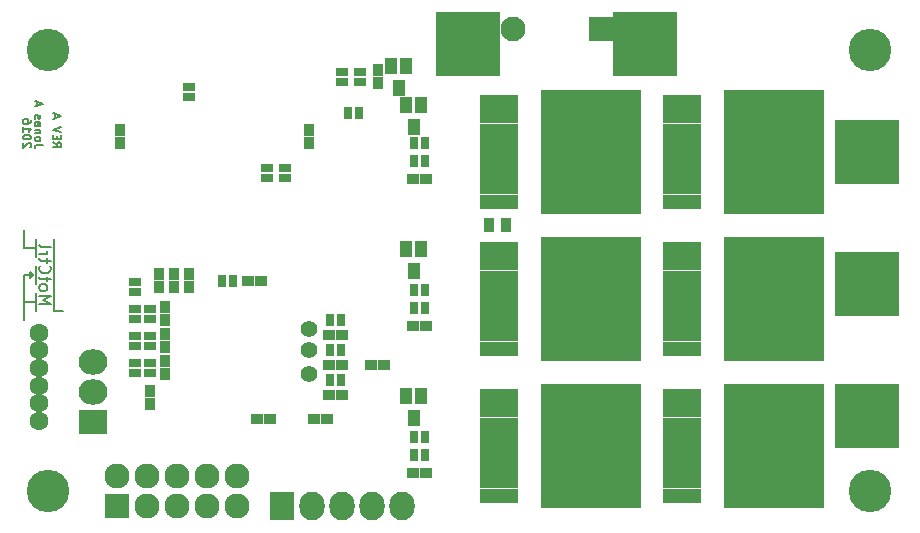
<source format=gbs>
G04 #@! TF.FileFunction,Soldermask,Bot*
%FSLAX46Y46*%
G04 Gerber Fmt 4.6, Leading zero omitted, Abs format (unit mm)*
G04 Created by KiCad (PCBNEW 4.0.4-stable) date Monday 19 December 2016 21:20:12*
%MOMM*%
%LPD*%
G01*
G04 APERTURE LIST*
%ADD10C,0.100000*%
%ADD11C,0.150000*%
%ADD12C,0.200000*%
%ADD13C,1.400000*%
%ADD14R,0.800000X1.000000*%
%ADD15C,3.600000*%
%ADD16R,2.100000X2.100000*%
%ADD17C,2.100000*%
%ADD18R,5.400000X5.400000*%
%ADD19R,3.200000X1.200000*%
%ADD20R,8.500000X10.600000*%
%ADD21R,0.900000X1.000000*%
%ADD22R,1.000000X0.900000*%
%ADD23R,0.999440X1.400760*%
%ADD24R,0.900000X1.300000*%
%ADD25R,2.432000X2.127200*%
%ADD26O,2.432000X2.127200*%
%ADD27R,2.127200X2.127200*%
%ADD28O,2.127200X2.127200*%
%ADD29R,2.127200X2.432000*%
%ADD30O,2.127200X2.432000*%
%ADD31R,1.000000X0.800000*%
%ADD32C,1.600000*%
G04 APERTURE END LIST*
D10*
D11*
X127824667Y-118992667D02*
X127858000Y-118959333D01*
X127891333Y-118892667D01*
X127891333Y-118726000D01*
X127858000Y-118659333D01*
X127824667Y-118626000D01*
X127758000Y-118592667D01*
X127691333Y-118592667D01*
X127591333Y-118626000D01*
X127191333Y-119026000D01*
X127191333Y-118592667D01*
X127891333Y-118159333D02*
X127891333Y-118092666D01*
X127858000Y-118026000D01*
X127824667Y-117992666D01*
X127758000Y-117959333D01*
X127624667Y-117926000D01*
X127458000Y-117926000D01*
X127324667Y-117959333D01*
X127258000Y-117992666D01*
X127224667Y-118026000D01*
X127191333Y-118092666D01*
X127191333Y-118159333D01*
X127224667Y-118226000D01*
X127258000Y-118259333D01*
X127324667Y-118292666D01*
X127458000Y-118326000D01*
X127624667Y-118326000D01*
X127758000Y-118292666D01*
X127824667Y-118259333D01*
X127858000Y-118226000D01*
X127891333Y-118159333D01*
X127191333Y-117259333D02*
X127191333Y-117659333D01*
X127191333Y-117459333D02*
X127891333Y-117459333D01*
X127791333Y-117525999D01*
X127724667Y-117592666D01*
X127691333Y-117659333D01*
X127891333Y-116659332D02*
X127891333Y-116792666D01*
X127858000Y-116859332D01*
X127824667Y-116892666D01*
X127724667Y-116959332D01*
X127591333Y-116992666D01*
X127324667Y-116992666D01*
X127258000Y-116959332D01*
X127224667Y-116925999D01*
X127191333Y-116859332D01*
X127191333Y-116725999D01*
X127224667Y-116659332D01*
X127258000Y-116625999D01*
X127324667Y-116592666D01*
X127491333Y-116592666D01*
X127558000Y-116625999D01*
X127591333Y-116659332D01*
X127624667Y-116725999D01*
X127624667Y-116859332D01*
X127591333Y-116925999D01*
X127558000Y-116959332D01*
X127491333Y-116992666D01*
D12*
X129794000Y-132842000D02*
X130556000Y-132842000D01*
X127254000Y-127508000D02*
X127254000Y-125984000D01*
X128270000Y-127508000D02*
X127254000Y-127508000D01*
X127254000Y-132080000D02*
X127254000Y-133604000D01*
X127254000Y-132080000D02*
X128270000Y-132080000D01*
X127254000Y-129794000D02*
X127254000Y-132080000D01*
X127762000Y-129794000D02*
X127254000Y-129794000D01*
X128016000Y-129794000D02*
X127762000Y-129794000D01*
X127762000Y-130048000D02*
X128016000Y-129794000D01*
X127762000Y-129540000D02*
X127762000Y-130048000D01*
X128016000Y-129794000D02*
X127762000Y-129540000D01*
X128270000Y-130556000D02*
X128270000Y-129032000D01*
X128270000Y-128270000D02*
X128270000Y-126746000D01*
X128270000Y-132842000D02*
X128270000Y-131318000D01*
X129794000Y-126746000D02*
X129794000Y-132842000D01*
D11*
X128907333Y-118759333D02*
X128407333Y-118759333D01*
X128307333Y-118792667D01*
X128240667Y-118859333D01*
X128207333Y-118959333D01*
X128207333Y-119026000D01*
X128207333Y-118326000D02*
X128240667Y-118392667D01*
X128274000Y-118426000D01*
X128340667Y-118459334D01*
X128540667Y-118459334D01*
X128607333Y-118426000D01*
X128640667Y-118392667D01*
X128674000Y-118326000D01*
X128674000Y-118226000D01*
X128640667Y-118159334D01*
X128607333Y-118126000D01*
X128540667Y-118092667D01*
X128340667Y-118092667D01*
X128274000Y-118126000D01*
X128240667Y-118159334D01*
X128207333Y-118226000D01*
X128207333Y-118326000D01*
X128674000Y-117792667D02*
X128207333Y-117792667D01*
X128607333Y-117792667D02*
X128640667Y-117759334D01*
X128674000Y-117692667D01*
X128674000Y-117592667D01*
X128640667Y-117526001D01*
X128574000Y-117492667D01*
X128207333Y-117492667D01*
X128207333Y-116859334D02*
X128574000Y-116859334D01*
X128640667Y-116892668D01*
X128674000Y-116959334D01*
X128674000Y-117092668D01*
X128640667Y-117159334D01*
X128240667Y-116859334D02*
X128207333Y-116926001D01*
X128207333Y-117092668D01*
X128240667Y-117159334D01*
X128307333Y-117192668D01*
X128374000Y-117192668D01*
X128440667Y-117159334D01*
X128474000Y-117092668D01*
X128474000Y-116926001D01*
X128507333Y-116859334D01*
X128240667Y-116559335D02*
X128207333Y-116492668D01*
X128207333Y-116359335D01*
X128240667Y-116292668D01*
X128307333Y-116259335D01*
X128340667Y-116259335D01*
X128407333Y-116292668D01*
X128440667Y-116359335D01*
X128440667Y-116459335D01*
X128474000Y-116526001D01*
X128540667Y-116559335D01*
X128574000Y-116559335D01*
X128640667Y-116526001D01*
X128674000Y-116459335D01*
X128674000Y-116359335D01*
X128640667Y-116292668D01*
X128407333Y-115459335D02*
X128407333Y-115126001D01*
X128207333Y-115526001D02*
X128907333Y-115292668D01*
X128207333Y-115059335D01*
D12*
X128579619Y-132222572D02*
X129579619Y-132222572D01*
X128865333Y-131889238D01*
X129579619Y-131555905D01*
X128579619Y-131555905D01*
X128579619Y-130936858D02*
X128627238Y-131032096D01*
X128674857Y-131079715D01*
X128770095Y-131127334D01*
X129055810Y-131127334D01*
X129151048Y-131079715D01*
X129198667Y-131032096D01*
X129246286Y-130936858D01*
X129246286Y-130794000D01*
X129198667Y-130698762D01*
X129151048Y-130651143D01*
X129055810Y-130603524D01*
X128770095Y-130603524D01*
X128674857Y-130651143D01*
X128627238Y-130698762D01*
X128579619Y-130794000D01*
X128579619Y-130936858D01*
X129246286Y-130317810D02*
X129246286Y-129936858D01*
X129579619Y-130174953D02*
X128722476Y-130174953D01*
X128627238Y-130127334D01*
X128579619Y-130032096D01*
X128579619Y-129936858D01*
X128674857Y-129032095D02*
X128627238Y-129079714D01*
X128579619Y-129222571D01*
X128579619Y-129317809D01*
X128627238Y-129460667D01*
X128722476Y-129555905D01*
X128817714Y-129603524D01*
X129008190Y-129651143D01*
X129151048Y-129651143D01*
X129341524Y-129603524D01*
X129436762Y-129555905D01*
X129532000Y-129460667D01*
X129579619Y-129317809D01*
X129579619Y-129222571D01*
X129532000Y-129079714D01*
X129484381Y-129032095D01*
X129246286Y-128746381D02*
X129246286Y-128365429D01*
X129579619Y-128603524D02*
X128722476Y-128603524D01*
X128627238Y-128555905D01*
X128579619Y-128460667D01*
X128579619Y-128365429D01*
X128579619Y-128032095D02*
X129246286Y-128032095D01*
X129055810Y-128032095D02*
X129151048Y-127984476D01*
X129198667Y-127936857D01*
X129246286Y-127841619D01*
X129246286Y-127746380D01*
X128579619Y-127270190D02*
X128627238Y-127365428D01*
X128722476Y-127413047D01*
X129579619Y-127413047D01*
D11*
X129731333Y-118559333D02*
X130064667Y-118792667D01*
X129731333Y-118959333D02*
X130431333Y-118959333D01*
X130431333Y-118692667D01*
X130398000Y-118626000D01*
X130364667Y-118592667D01*
X130298000Y-118559333D01*
X130198000Y-118559333D01*
X130131333Y-118592667D01*
X130098000Y-118626000D01*
X130064667Y-118692667D01*
X130064667Y-118959333D01*
X130098000Y-118259333D02*
X130098000Y-118026000D01*
X129731333Y-117926000D02*
X129731333Y-118259333D01*
X130431333Y-118259333D01*
X130431333Y-117926000D01*
X130431333Y-117726000D02*
X129731333Y-117492667D01*
X130431333Y-117259334D01*
X129931333Y-116526001D02*
X129931333Y-116192667D01*
X129731333Y-116592667D02*
X130431333Y-116359334D01*
X129731333Y-116126001D01*
D13*
X151384000Y-134366000D03*
X151384000Y-136144000D03*
X151384000Y-138176000D03*
D14*
X154120000Y-133604000D03*
X153220000Y-133604000D03*
D15*
X129286000Y-148082000D03*
X198882000Y-110744000D03*
X129286000Y-110744000D03*
D16*
X176156000Y-108966000D03*
D17*
X168656000Y-108966000D03*
D18*
X198628000Y-141732000D03*
X198628000Y-130556000D03*
X198628000Y-119380000D03*
D19*
X182974000Y-148472000D03*
X182974000Y-147272000D03*
X182974000Y-146072000D03*
X182974000Y-144872000D03*
X182974000Y-143672000D03*
X182974000Y-142472000D03*
X182974000Y-141272000D03*
X182974000Y-140072000D03*
D20*
X190804000Y-144272000D03*
D21*
X157226000Y-113580000D03*
X157226000Y-112480000D03*
X139192000Y-137118000D03*
X139192000Y-138218000D03*
X139192000Y-134832000D03*
X139192000Y-135932000D03*
X139192000Y-132546000D03*
X139192000Y-133646000D03*
X138684000Y-129752000D03*
X138684000Y-130852000D03*
X141224000Y-129752000D03*
X141224000Y-130852000D03*
D22*
X156676000Y-137414000D03*
X157776000Y-137414000D03*
X152950000Y-141986000D03*
X151850000Y-141986000D03*
X148124000Y-141986000D03*
X147024000Y-141986000D03*
D21*
X137922000Y-140758000D03*
X137922000Y-139658000D03*
X139954000Y-129752000D03*
X139954000Y-130852000D03*
D22*
X146262000Y-130302000D03*
X147362000Y-130302000D03*
X154220000Y-139954000D03*
X153120000Y-139954000D03*
X154220000Y-137414000D03*
X153120000Y-137414000D03*
X154220000Y-134874000D03*
X153120000Y-134874000D03*
X160232000Y-146558000D03*
X161332000Y-146558000D03*
X160232000Y-134112000D03*
X161332000Y-134112000D03*
X160232000Y-121666000D03*
X161332000Y-121666000D03*
D21*
X135382000Y-117560000D03*
X135382000Y-118660000D03*
X151384000Y-117560000D03*
X151384000Y-118660000D03*
D23*
X159654240Y-112080040D03*
X158353760Y-112080040D03*
X159004000Y-113979960D03*
X160924240Y-140020040D03*
X159623760Y-140020040D03*
X160274000Y-141919960D03*
X160924240Y-115382040D03*
X159623760Y-115382040D03*
X160274000Y-117281960D03*
X160924240Y-127574040D03*
X159623760Y-127574040D03*
X160274000Y-129473960D03*
D24*
X166636000Y-125603000D03*
X168136000Y-125603000D03*
D25*
X133096000Y-142240000D03*
D26*
X133096000Y-139700000D03*
X133096000Y-137160000D03*
D27*
X135128000Y-149352000D03*
D28*
X135128000Y-146812000D03*
X137668000Y-149352000D03*
X137668000Y-146812000D03*
X140208000Y-149352000D03*
X140208000Y-146812000D03*
X142748000Y-149352000D03*
X142748000Y-146812000D03*
X145288000Y-149352000D03*
X145288000Y-146812000D03*
D29*
X149098000Y-149352000D03*
D30*
X151638000Y-149352000D03*
X154178000Y-149352000D03*
X156718000Y-149352000D03*
X159258000Y-149352000D03*
D19*
X167480000Y-148472000D03*
X167480000Y-147272000D03*
X167480000Y-146072000D03*
X167480000Y-144872000D03*
X167480000Y-143672000D03*
X167480000Y-142472000D03*
X167480000Y-141272000D03*
X167480000Y-140072000D03*
D20*
X175310000Y-144272000D03*
D19*
X182974000Y-136026000D03*
X182974000Y-134826000D03*
X182974000Y-133626000D03*
X182974000Y-132426000D03*
X182974000Y-131226000D03*
X182974000Y-130026000D03*
X182974000Y-128826000D03*
X182974000Y-127626000D03*
D20*
X190804000Y-131826000D03*
D19*
X167480000Y-136026000D03*
X167480000Y-134826000D03*
X167480000Y-133626000D03*
X167480000Y-132426000D03*
X167480000Y-131226000D03*
X167480000Y-130026000D03*
X167480000Y-128826000D03*
X167480000Y-127626000D03*
D20*
X175310000Y-131826000D03*
D19*
X182974000Y-123580000D03*
X182974000Y-122380000D03*
X182974000Y-121180000D03*
X182974000Y-119980000D03*
X182974000Y-118780000D03*
X182974000Y-117580000D03*
X182974000Y-116380000D03*
X182974000Y-115180000D03*
D20*
X190804000Y-119380000D03*
D19*
X167480000Y-123580000D03*
X167480000Y-122380000D03*
X167480000Y-121180000D03*
X167480000Y-119980000D03*
X167480000Y-118780000D03*
X167480000Y-117580000D03*
X167480000Y-116380000D03*
X167480000Y-115180000D03*
D20*
X175310000Y-119380000D03*
D31*
X154178000Y-113480000D03*
X154178000Y-112580000D03*
X155702000Y-113480000D03*
X155702000Y-112580000D03*
D14*
X144076000Y-130302000D03*
X144976000Y-130302000D03*
D31*
X136652000Y-137218000D03*
X136652000Y-138118000D03*
X136652000Y-134932000D03*
X136652000Y-135832000D03*
X136652000Y-132646000D03*
X136652000Y-133546000D03*
X136652000Y-131260000D03*
X136652000Y-130360000D03*
X137922000Y-137218000D03*
X137922000Y-138118000D03*
X137922000Y-134932000D03*
X137922000Y-135832000D03*
X137922000Y-132646000D03*
X137922000Y-133546000D03*
D14*
X160332000Y-143510000D03*
X161232000Y-143510000D03*
X154120000Y-138684000D03*
X153220000Y-138684000D03*
X160332000Y-131064000D03*
X161232000Y-131064000D03*
X154120000Y-136144000D03*
X153220000Y-136144000D03*
X160332000Y-118618000D03*
X161232000Y-118618000D03*
X160332000Y-145034000D03*
X161232000Y-145034000D03*
X160332000Y-132588000D03*
X161232000Y-132588000D03*
X160332000Y-120142000D03*
X161232000Y-120142000D03*
D31*
X141224000Y-114750000D03*
X141224000Y-113850000D03*
D14*
X154744000Y-116078000D03*
X155644000Y-116078000D03*
D31*
X149352000Y-120708000D03*
X149352000Y-121608000D03*
X147828000Y-120708000D03*
X147828000Y-121608000D03*
D18*
X179832000Y-110236000D03*
X164846000Y-110236000D03*
D15*
X198882000Y-148082000D03*
D32*
X128524000Y-137680000D03*
X128524000Y-139180000D03*
X128524000Y-140680000D03*
X128524000Y-142180000D03*
X128524000Y-136180000D03*
X128524000Y-134680000D03*
M02*

</source>
